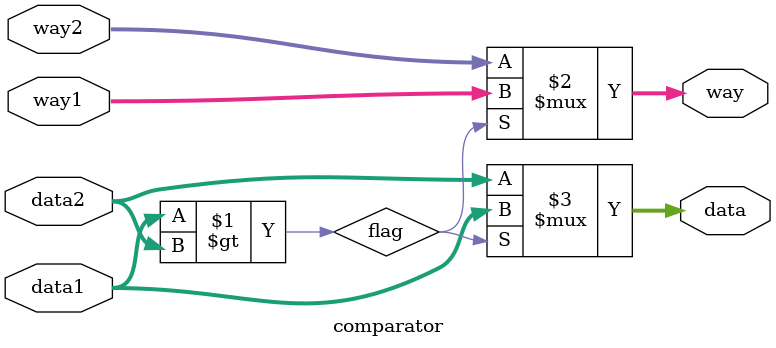
<source format=v>
`timescale 10ns / 1ns

module comparator(
    input  [1:0]  way1,
    input  [1:0]  way2,
    output [1:0]  way,
    input  [31:0] data1,
    input  [31:0] data2,
    output [31:0] data
);

    wire flag;
    assign flag = data1 > data2;
    assign way  = flag ? way1 : way2;
    assign data = flag ? data1 : data2;

endmodule

</source>
